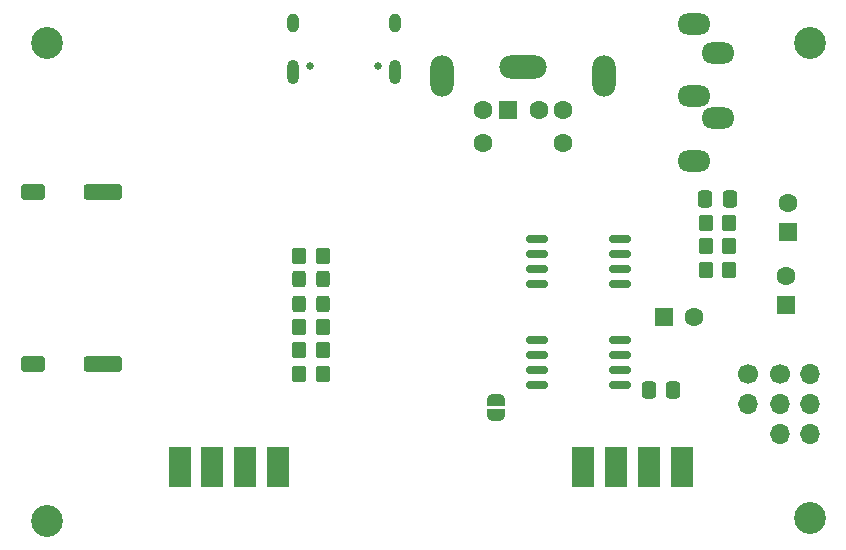
<source format=gbr>
G04 #@! TF.GenerationSoftware,KiCad,Pcbnew,8.0.4*
G04 #@! TF.CreationDate,2024-12-17T15:55:10+02:00*
G04 #@! TF.ProjectId,core,636f7265-2e6b-4696-9361-645f70636258,1.0*
G04 #@! TF.SameCoordinates,Original*
G04 #@! TF.FileFunction,Soldermask,Bot*
G04 #@! TF.FilePolarity,Negative*
%FSLAX46Y46*%
G04 Gerber Fmt 4.6, Leading zero omitted, Abs format (unit mm)*
G04 Created by KiCad (PCBNEW 8.0.4) date 2024-12-17 15:55:10*
%MOMM*%
%LPD*%
G01*
G04 APERTURE LIST*
G04 Aperture macros list*
%AMRoundRect*
0 Rectangle with rounded corners*
0 $1 Rounding radius*
0 $2 $3 $4 $5 $6 $7 $8 $9 X,Y pos of 4 corners*
0 Add a 4 corners polygon primitive as box body*
4,1,4,$2,$3,$4,$5,$6,$7,$8,$9,$2,$3,0*
0 Add four circle primitives for the rounded corners*
1,1,$1+$1,$2,$3*
1,1,$1+$1,$4,$5*
1,1,$1+$1,$6,$7*
1,1,$1+$1,$8,$9*
0 Add four rect primitives between the rounded corners*
20,1,$1+$1,$2,$3,$4,$5,0*
20,1,$1+$1,$4,$5,$6,$7,0*
20,1,$1+$1,$6,$7,$8,$9,0*
20,1,$1+$1,$8,$9,$2,$3,0*%
%AMFreePoly0*
4,1,19,0.500000,-0.750000,0.000000,-0.750000,0.000000,-0.744911,-0.071157,-0.744911,-0.207708,-0.704816,-0.327430,-0.627875,-0.420627,-0.520320,-0.479746,-0.390866,-0.500000,-0.250000,-0.500000,0.250000,-0.479746,0.390866,-0.420627,0.520320,-0.327430,0.627875,-0.207708,0.704816,-0.071157,0.744911,0.000000,0.744911,0.000000,0.750000,0.500000,0.750000,0.500000,-0.750000,0.500000,-0.750000,
$1*%
%AMFreePoly1*
4,1,19,0.000000,0.744911,0.071157,0.744911,0.207708,0.704816,0.327430,0.627875,0.420627,0.520320,0.479746,0.390866,0.500000,0.250000,0.500000,-0.250000,0.479746,-0.390866,0.420627,-0.520320,0.327430,-0.627875,0.207708,-0.704816,0.071157,-0.744911,0.000000,-0.744911,0.000000,-0.750000,-0.500000,-0.750000,-0.500000,0.750000,0.000000,0.750000,0.000000,0.744911,0.000000,0.744911,
$1*%
G04 Aperture macros list end*
%ADD10FreePoly0,270.000000*%
%ADD11FreePoly1,270.000000*%
%ADD12RoundRect,0.150000X-0.800000X-0.150000X0.800000X-0.150000X0.800000X0.150000X-0.800000X0.150000X0*%
%ADD13O,2.800000X1.800000*%
%ADD14R,1.846667X3.480000*%
%ADD15C,2.700000*%
%ADD16RoundRect,0.250000X-0.350000X-0.450000X0.350000X-0.450000X0.350000X0.450000X-0.350000X0.450000X0*%
%ADD17R,1.600000X1.600000*%
%ADD18C,1.600000*%
%ADD19O,1.000000X1.600000*%
%ADD20O,1.000000X2.100000*%
%ADD21C,0.650000*%
%ADD22O,2.000000X3.500000*%
%ADD23O,4.000000X2.000000*%
%ADD24O,1.700000X1.700000*%
%ADD25C,1.700000*%
%ADD26RoundRect,0.250000X0.337500X0.475000X-0.337500X0.475000X-0.337500X-0.475000X0.337500X-0.475000X0*%
%ADD27RoundRect,0.350000X-1.300000X0.350000X-1.300000X-0.350000X1.300000X-0.350000X1.300000X0.350000X0*%
%ADD28RoundRect,0.350000X-0.700000X0.350000X-0.700000X-0.350000X0.700000X-0.350000X0.700000X0.350000X0*%
%ADD29RoundRect,0.250000X0.350000X0.450000X-0.350000X0.450000X-0.350000X-0.450000X0.350000X-0.450000X0*%
%ADD30RoundRect,0.250000X-0.337500X-0.475000X0.337500X-0.475000X0.337500X0.475000X-0.337500X0.475000X0*%
%ADD31RoundRect,0.250000X0.325000X0.450000X-0.325000X0.450000X-0.325000X-0.450000X0.325000X-0.450000X0*%
G04 APERTURE END LIST*
D10*
X162800000Y-81600000D03*
D11*
X162800000Y-82900000D03*
D12*
X166300000Y-71810000D03*
X166300000Y-70540000D03*
X166300000Y-69270000D03*
X166300000Y-68000000D03*
X173300000Y-68000000D03*
X173300000Y-69270000D03*
X173300000Y-70540000D03*
X173300000Y-71810000D03*
X166300000Y-80305000D03*
X166300000Y-79035000D03*
X166300000Y-77765000D03*
X166300000Y-76495000D03*
X173300000Y-76495000D03*
X173300000Y-77765000D03*
X173300000Y-79035000D03*
X173300000Y-80305000D03*
D13*
X181600000Y-57700000D03*
X179600000Y-55900000D03*
X179600000Y-49800000D03*
X181600000Y-52200000D03*
X179600000Y-61400000D03*
D14*
X178555000Y-87300000D03*
X175785000Y-87300000D03*
X173015000Y-87300000D03*
X170245000Y-87300000D03*
X136045000Y-87300000D03*
X138815000Y-87300000D03*
X141585000Y-87300000D03*
X144355000Y-87300000D03*
D15*
X189400000Y-51400000D03*
D16*
X180600000Y-68600000D03*
X182600000Y-68600000D03*
D17*
X187600000Y-67405113D03*
D18*
X187600000Y-64905113D03*
D19*
X145680000Y-49650000D03*
D20*
X145680000Y-53830000D03*
D19*
X154320000Y-49650000D03*
D20*
X154320000Y-53830000D03*
D21*
X147110000Y-53300000D03*
X152890000Y-53300000D03*
D17*
X163850000Y-57050000D03*
D18*
X166450000Y-57050000D03*
D22*
X172000000Y-54200000D03*
D23*
X165150000Y-53400000D03*
D18*
X161750000Y-57050000D03*
D22*
X158300000Y-54200000D03*
D18*
X168550000Y-57050000D03*
X161750000Y-59850000D03*
X168550000Y-59850000D03*
D24*
X189409000Y-84492000D03*
X186869000Y-84492000D03*
X189409000Y-81952000D03*
X186869000Y-81952000D03*
X189409000Y-79412000D03*
D25*
X186869000Y-79412000D03*
D24*
X184206000Y-81953000D03*
D25*
X184206000Y-79413000D03*
D26*
X180562500Y-64580000D03*
X182637500Y-64580000D03*
D15*
X189400000Y-91600000D03*
D27*
X129560000Y-64041000D03*
D28*
X123600000Y-64041000D03*
X123600000Y-78541000D03*
D27*
X129560000Y-78541000D03*
D17*
X177100000Y-74600000D03*
D18*
X179600000Y-74600000D03*
D29*
X182600000Y-70600000D03*
X180600000Y-70600000D03*
D17*
X187400000Y-73600000D03*
D18*
X187400000Y-71100000D03*
D29*
X182600000Y-66600000D03*
X180600000Y-66600000D03*
D15*
X124800000Y-91850000D03*
X124800000Y-51400000D03*
D16*
X146200000Y-69400000D03*
X148200000Y-69400000D03*
D30*
X175762500Y-80800000D03*
X177837500Y-80800000D03*
D31*
X148225000Y-71400000D03*
X146175000Y-71400000D03*
D16*
X146200000Y-79400000D03*
X148200000Y-79400000D03*
D29*
X148200000Y-77400000D03*
X146200000Y-77400000D03*
D16*
X146200000Y-75400000D03*
X148200000Y-75400000D03*
D31*
X148225000Y-73473000D03*
X146175000Y-73473000D03*
M02*

</source>
